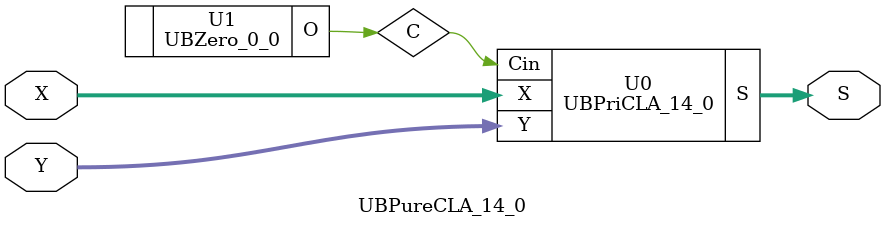
<source format=v>
/*----------------------------------------------------------------------------
  Copyright (c) 2021 Homma laboratory. All rights reserved.

  Top module: UBCLA_14_0_14_0

  Operand-1 length: 15
  Operand-2 length: 15
  Two-operand addition algorithm: Carry look-ahead adder
----------------------------------------------------------------------------*/

module GPGenerator(Go, Po, A, B);
  output Go;
  output Po;
  input A;
  input B;
  assign Go = A & B;
  assign Po = A ^ B;
endmodule

module CLAUnit_15(C, G, P, Cin);
  output [15:1] C;
  input Cin;
  input [14:0] G;
  input [14:0] P;
  assign C[1] = G[0] | ( P[0] & Cin );
  assign C[2] = G[1] | ( P[1] & G[0] ) | ( P[1] & P[0] & Cin );
  assign C[3] = G[2] | ( P[2] & G[1] ) | ( P[2] & P[1] & G[0] ) | ( P[2] & P[1] & P[0] & Cin );
  assign C[4] = G[3] | ( P[3] & G[2] ) | ( P[3] & P[2] & G[1] ) | ( P[3] & P[2] & P[1] & G[0] ) | ( P[3] & P[2] & P[1] & P[0] & Cin );
  assign C[5] = G[4] | ( P[4] & G[3] ) | ( P[4] & P[3] & G[2] ) | ( P[4] & P[3] & P[2] & G[1] ) | ( P[4] & P[3] & P[2] & P[1] & G[0] ) | ( P[4] & P[3] & P[2] & P[1] & P[0] & Cin );
  assign C[6] = G[5] | ( P[5] & G[4] ) | ( P[5] & P[4] & G[3] ) | ( P[5] & P[4] & P[3] & G[2] ) | ( P[5] & P[4] & P[3] & P[2] & G[1] ) | ( P[5] & P[4] & P[3] & P[2] & P[1] & G[0] ) | ( P[5] & P[4] & P[3]
 & P[2] & P[1] & P[0] & Cin );
  assign C[7] = G[6] | ( P[6] & G[5] ) | ( P[6] & P[5] & G[4] ) | ( P[6] & P[5] & P[4] & G[3] ) | ( P[6] & P[5] & P[4] & P[3] & G[2] ) | ( P[6] & P[5] & P[4] & P[3] & P[2] & G[1] ) | ( P[6] & P[5] & P[4]
 & P[3] & P[2] & P[1] & G[0] ) | ( P[6] & P[5] & P[4] & P[3] & P[2] & P[1] & P[0] & Cin );
  assign C[8] = G[7] | ( P[7] & G[6] ) | ( P[7] & P[6] & G[5] ) | ( P[7] & P[6] & P[5] & G[4] ) | ( P[7] & P[6] & P[5] & P[4] & G[3] ) | ( P[7] & P[6] & P[5] & P[4] & P[3] & G[2] ) | ( P[7] & P[6] & P[5]
 & P[4] & P[3] & P[2] & G[1] ) | ( P[7] & P[6] & P[5] & P[4] & P[3] & P[2] & P[1] & G[0] ) | ( P[7] & P[6] & P[5] & P[4] & P[3] & P[2] & P[1] & P[0] & Cin );
  assign C[9] = G[8] | ( P[8] & G[7] ) | ( P[8] & P[7] & G[6] ) | ( P[8] & P[7] & P[6] & G[5] ) | ( P[8] & P[7] & P[6] & P[5] & G[4] ) | ( P[8] & P[7] & P[6] & P[5] & P[4] & G[3] ) | ( P[8] & P[7] & P[6]
 & P[5] & P[4] & P[3] & G[2] ) | ( P[8] & P[7] & P[6] & P[5] & P[4] & P[3] & P[2] & G[1] ) | ( P[8] & P[7] & P[6] & P[5] & P[4] & P[3] & P[2] & P[1] & G[0] ) | ( P[8] & P[7] & P[6] & P[5] & P[4] & P[3]
 & P[2] & P[1] & P[0] & Cin );
  assign C[10] = G[9] | ( P[9] & G[8] ) | ( P[9] & P[8] & G[7] ) | ( P[9] & P[8] & P[7] & G[6] ) | ( P[9] & P[8] & P[7] & P[6] & G[5] ) | ( P[9] & P[8] & P[7] & P[6] & P[5] & G[4] ) | ( P[9] & P[8] & P[7]
 & P[6] & P[5] & P[4] & G[3] ) | ( P[9] & P[8] & P[7] & P[6] & P[5] & P[4] & P[3] & G[2] ) | ( P[9] & P[8] & P[7] & P[6] & P[5] & P[4] & P[3] & P[2] & G[1] ) | ( P[9] & P[8] & P[7] & P[6] & P[5] & P[4]
 & P[3] & P[2] & P[1] & G[0] ) | ( P[9] & P[8] & P[7] & P[6] & P[5] & P[4] & P[3] & P[2] & P[1] & P[0] & Cin );
  assign C[11] = G[10] | ( P[10] & G[9] ) | ( P[10] & P[9] & G[8] ) | ( P[10] & P[9] & P[8] & G[7] ) | ( P[10] & P[9] & P[8] & P[7] & G[6] ) | ( P[10] & P[9] & P[8] & P[7] & P[6] & G[5] ) | ( P[10] & P[9]
 & P[8] & P[7] & P[6] & P[5] & G[4] ) | ( P[10] & P[9] & P[8] & P[7] & P[6] & P[5] & P[4] & G[3] ) | ( P[10] & P[9] & P[8] & P[7] & P[6] & P[5] & P[4] & P[3] & G[2] ) | ( P[10] & P[9] & P[8] & P[7] & P[6]
 & P[5] & P[4] & P[3] & P[2] & G[1] ) | ( P[10] & P[9] & P[8] & P[7] & P[6] & P[5] & P[4] & P[3] & P[2] & P[1] & G[0] ) | ( P[10] & P[9] & P[8] & P[7] & P[6] & P[5] & P[4] & P[3] & P[2] & P[1] & P[0] &
 Cin );
  assign C[12] = G[11] | ( P[11] & G[10] ) | ( P[11] & P[10] & G[9] ) | ( P[11] & P[10] & P[9] & G[8] ) | ( P[11] & P[10] & P[9] & P[8] & G[7] ) | ( P[11] & P[10] & P[9] & P[8] & P[7] & G[6] ) | ( P[11]
 & P[10] & P[9] & P[8] & P[7] & P[6] & G[5] ) | ( P[11] & P[10] & P[9] & P[8] & P[7] & P[6] & P[5] & G[4] ) | ( P[11] & P[10] & P[9] & P[8] & P[7] & P[6] & P[5] & P[4] & G[3] ) | ( P[11] & P[10] & P[9]
 & P[8] & P[7] & P[6] & P[5] & P[4] & P[3] & G[2] ) | ( P[11] & P[10] & P[9] & P[8] & P[7] & P[6] & P[5] & P[4] & P[3] & P[2] & G[1] ) | ( P[11] & P[10] & P[9] & P[8] & P[7] & P[6] & P[5] & P[4] & P[3]
 & P[2] & P[1] & G[0] ) | ( P[11] & P[10] & P[9] & P[8] & P[7] & P[6] & P[5] & P[4] & P[3] & P[2] & P[1] & P[0] & Cin );
  assign C[13] = G[12] | ( P[12] & G[11] ) | ( P[12] & P[11] & G[10] ) | ( P[12] & P[11] & P[10] & G[9] ) | ( P[12] & P[11] & P[10] & P[9] & G[8] ) | ( P[12] & P[11] & P[10] & P[9] & P[8] & G[7] ) | ( P[12]
 & P[11] & P[10] & P[9] & P[8] & P[7] & G[6] ) | ( P[12] & P[11] & P[10] & P[9] & P[8] & P[7] & P[6] & G[5] ) | ( P[12] & P[11] & P[10] & P[9] & P[8] & P[7] & P[6] & P[5] & G[4] ) | ( P[12] & P[11] & P[10]
 & P[9] & P[8] & P[7] & P[6] & P[5] & P[4] & G[3] ) | ( P[12] & P[11] & P[10] & P[9] & P[8] & P[7] & P[6] & P[5] & P[4] & P[3] & G[2] ) | ( P[12] & P[11] & P[10] & P[9] & P[8] & P[7] & P[6] & P[5] & P[4]
 & P[3] & P[2] & G[1] ) | ( P[12] & P[11] & P[10] & P[9] & P[8] & P[7] & P[6] & P[5] & P[4] & P[3] & P[2] & P[1] & G[0] ) | ( P[12] & P[11] & P[10] & P[9] & P[8] & P[7] & P[6] & P[5] & P[4] & P[3] & P[2]
 & P[1] & P[0] & Cin );
  assign C[14] = G[13] | ( P[13] & G[12] ) | ( P[13] & P[12] & G[11] ) | ( P[13] & P[12] & P[11] & G[10] ) | ( P[13] & P[12] & P[11] & P[10] & G[9] ) | ( P[13] & P[12] & P[11] & P[10] & P[9] & G[8] ) |
 ( P[13] & P[12] & P[11] & P[10] & P[9] & P[8] & G[7] ) | ( P[13] & P[12] & P[11] & P[10] & P[9] & P[8] & P[7] & G[6] ) | ( P[13] & P[12] & P[11] & P[10] & P[9] & P[8] & P[7] & P[6] & G[5] ) | ( P[13] &
 P[12] & P[11] & P[10] & P[9] & P[8] & P[7] & P[6] & P[5] & G[4] ) | ( P[13] & P[12] & P[11] & P[10] & P[9] & P[8] & P[7] & P[6] & P[5] & P[4] & G[3] ) | ( P[13] & P[12] & P[11] & P[10] & P[9] & P[8] &
 P[7] & P[6] & P[5] & P[4] & P[3] & G[2] ) | ( P[13] & P[12] & P[11] & P[10] & P[9] & P[8] & P[7] & P[6] & P[5] & P[4] & P[3] & P[2] & G[1] ) | ( P[13] & P[12] & P[11] & P[10] & P[9] & P[8] & P[7] & P[6]
 & P[5] & P[4] & P[3] & P[2] & P[1] & G[0] ) | ( P[13] & P[12] & P[11] & P[10] & P[9] & P[8] & P[7] & P[6] & P[5] & P[4] & P[3] & P[2] & P[1] & P[0] & Cin );
  assign C[15] = G[14] | ( P[14] & G[13] ) | ( P[14] & P[13] & G[12] ) | ( P[14] & P[13] & P[12] & G[11] ) | ( P[14] & P[13] & P[12] & P[11] & G[10] ) | ( P[14] & P[13] & P[12] & P[11] & P[10] & G[9] )
 | ( P[14] & P[13] & P[12] & P[11] & P[10] & P[9] & G[8] ) | ( P[14] & P[13] & P[12] & P[11] & P[10] & P[9] & P[8] & G[7] ) | ( P[14] & P[13] & P[12] & P[11] & P[10] & P[9] & P[8] & P[7] & G[6] ) | ( P[14]
 & P[13] & P[12] & P[11] & P[10] & P[9] & P[8] & P[7] & P[6] & G[5] ) | ( P[14] & P[13] & P[12] & P[11] & P[10] & P[9] & P[8] & P[7] & P[6] & P[5] & G[4] ) | ( P[14] & P[13] & P[12] & P[11] & P[10] & P[9]
 & P[8] & P[7] & P[6] & P[5] & P[4] & G[3] ) | ( P[14] & P[13] & P[12] & P[11] & P[10] & P[9] & P[8] & P[7] & P[6] & P[5] & P[4] & P[3] & G[2] ) | ( P[14] & P[13] & P[12] & P[11] & P[10] & P[9] & P[8] &
 P[7] & P[6] & P[5] & P[4] & P[3] & P[2] & G[1] ) | ( P[14] & P[13] & P[12] & P[11] & P[10] & P[9] & P[8] & P[7] & P[6] & P[5] & P[4] & P[3] & P[2] & P[1] & G[0] ) | ( P[14] & P[13] & P[12] & P[11] & P[10]
 & P[9] & P[8] & P[7] & P[6] & P[5] & P[4] & P[3] & P[2] & P[1] & P[0] & Cin );
endmodule

module UBPriCLA_14_0(S, X, Y, Cin);
  output [15:0] S;
  input Cin;
  input [14:0] X;
  input [14:0] Y;
  wire [15:1] C;
  wire [14:0] G;
  wire [14:0] P;
  assign S[0] = Cin ^ P[0];
  assign S[1] = C[1] ^ P[1];
  assign S[2] = C[2] ^ P[2];
  assign S[3] = C[3] ^ P[3];
  assign S[4] = C[4] ^ P[4];
  assign S[5] = C[5] ^ P[5];
  assign S[6] = C[6] ^ P[6];
  assign S[7] = C[7] ^ P[7];
  assign S[8] = C[8] ^ P[8];
  assign S[9] = C[9] ^ P[9];
  assign S[10] = C[10] ^ P[10];
  assign S[11] = C[11] ^ P[11];
  assign S[12] = C[12] ^ P[12];
  assign S[13] = C[13] ^ P[13];
  assign S[14] = C[14] ^ P[14];
  assign S[15] = C[15];
  GPGenerator U0 (G[0], P[0], X[0], Y[0]);
  GPGenerator U1 (G[1], P[1], X[1], Y[1]);
  GPGenerator U2 (G[2], P[2], X[2], Y[2]);
  GPGenerator U3 (G[3], P[3], X[3], Y[3]);
  GPGenerator U4 (G[4], P[4], X[4], Y[4]);
  GPGenerator U5 (G[5], P[5], X[5], Y[5]);
  GPGenerator U6 (G[6], P[6], X[6], Y[6]);
  GPGenerator U7 (G[7], P[7], X[7], Y[7]);
  GPGenerator U8 (G[8], P[8], X[8], Y[8]);
  GPGenerator U9 (G[9], P[9], X[9], Y[9]);
  GPGenerator U10 (G[10], P[10], X[10], Y[10]);
  GPGenerator U11 (G[11], P[11], X[11], Y[11]);
  GPGenerator U12 (G[12], P[12], X[12], Y[12]);
  GPGenerator U13 (G[13], P[13], X[13], Y[13]);
  GPGenerator U14 (G[14], P[14], X[14], Y[14]);
  CLAUnit_15 U15 (C, G, P, Cin);
endmodule

module UBZero_0_0(O);
  output [0:0] O;
  assign O[0] = 0;
endmodule

module UBCLA_14_0_14_0 (S, X, Y);
  output [15:0] S;
  input [14:0] X;
  input [14:0] Y;
  UBPureCLA_14_0 U0 (S[15:0], X[14:0], Y[14:0]);
endmodule

module UBPureCLA_14_0 (S, X, Y);
  output [15:0] S;
  input [14:0] X;
  input [14:0] Y;
  wire C;
  UBPriCLA_14_0 U0 (S, X, Y, C);
  UBZero_0_0 U1 (C);
endmodule


</source>
